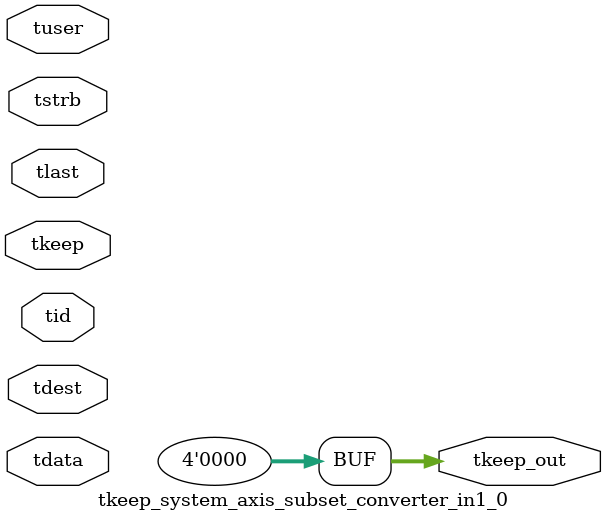
<source format=v>


`timescale 1ps/1ps

module tkeep_system_axis_subset_converter_in1_0 #
(
parameter C_S_AXIS_TDATA_WIDTH = 32,
parameter C_S_AXIS_TUSER_WIDTH = 0,
parameter C_S_AXIS_TID_WIDTH   = 0,
parameter C_S_AXIS_TDEST_WIDTH = 0,
parameter C_M_AXIS_TDATA_WIDTH = 32
)
(
input  [(C_S_AXIS_TDATA_WIDTH == 0 ? 1 : C_S_AXIS_TDATA_WIDTH)-1:0     ] tdata,
input  [(C_S_AXIS_TUSER_WIDTH == 0 ? 1 : C_S_AXIS_TUSER_WIDTH)-1:0     ] tuser,
input  [(C_S_AXIS_TID_WIDTH   == 0 ? 1 : C_S_AXIS_TID_WIDTH)-1:0       ] tid,
input  [(C_S_AXIS_TDEST_WIDTH == 0 ? 1 : C_S_AXIS_TDEST_WIDTH)-1:0     ] tdest,
input  [(C_S_AXIS_TDATA_WIDTH/8)-1:0 ] tkeep,
input  [(C_S_AXIS_TDATA_WIDTH/8)-1:0 ] tstrb,
input                                                                    tlast,
output [(C_M_AXIS_TDATA_WIDTH/8)-1:0 ] tkeep_out
);

assign tkeep_out = {1'b0};

endmodule


</source>
